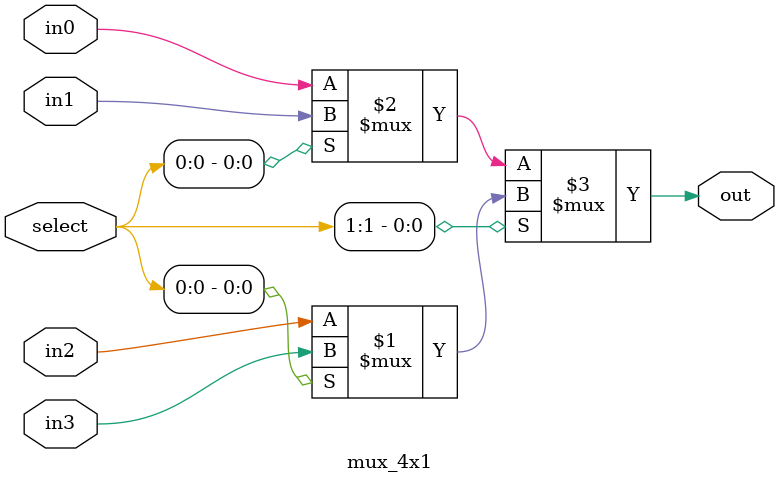
<source format=v>
module mux_4x1 (in0, in1, in2, in3, select, out);

input in0, in1, in2, in3;
input [1:0] select;
output out;

assign out = select[1] ? (select[0] ? in3 : in2) : (select[0] ? in1 : in0);


endmodule

</source>
